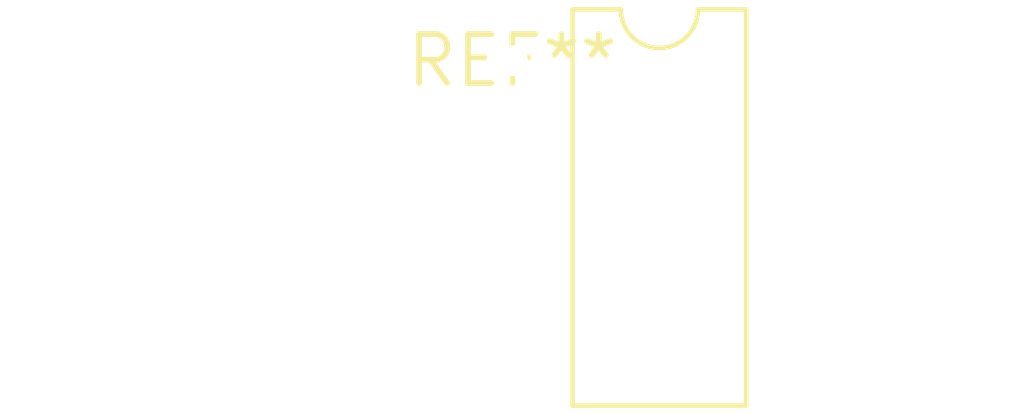
<source format=kicad_pcb>
(kicad_pcb (version 20240108) (generator pcbnew)
  (layers (0 "F.Cu" signal) (31 "B.Cu" signal) (34 "B.Paste" user) (35 "F.Paste" user) (36 "B.SilkS" user "B.Silkscreen") (37 "F.SilkS" user "F.Silkscreen") (38 "B.Mask" user) (39 "F.Mask" user) (44 "Edge.Cuts" user))
  (net 0 "")
  (footprint "PowerIntegrations_PDIP-8B" (layer "F.Cu") (at 0 0)
    (property "Reference" "REF**")
    (property "Value" "PowerIntegrations_PDIP-8B")
    (fp_line (start 1.56 -1.33) (end 1.56 8.95) (layer "F.SilkS") (stroke (width 0.12)))
    (fp_line (start 1.56 8.95) (end 6.06 8.95) (layer "F.SilkS") (stroke (width 0.12)))
    (fp_line (start 2.81 -1.33) (end 1.56 -1.33) (layer "F.SilkS") (stroke (width 0.12)))
    (fp_line (start 6.06 -1.33) (end 4.81 -1.33) (layer "F.SilkS") (stroke (width 0.12)))
    (fp_line (start 6.06 8.95) (end 6.06 -1.33) (layer "F.SilkS") (stroke (width 0.12)))
    (fp_arc (start 4.81 -1.33) (mid 3.81 -0.33) (end 2.81 -1.33) (layer "F.SilkS") (stroke (width 0.12)))
    (pad "1" thru_hole rect (at 0 0) (size 2.4 1.6) (drill 0.8) (layers *.Cu *.Mask) (remove_unused_layers))
    (pad "2" thru_hole oval (at 0 2.54) (size 2.4 1.6) (drill 0.8) (layers *.Cu *.Mask) (remove_unused_layers))
    (pad "3" thru_hole oval (at 0 5.08) (size 2.4 1.6) (drill 0.8) (layers *.Cu *.Mask) (remove_unused_layers))
    (pad "4" thru_hole oval (at 0 7.62) (size 2.4 1.6) (drill 0.8) (layers *.Cu *.Mask) (remove_unused_layers))
    (pad "5" thru_hole oval (at 7.62 7.62) (size 2.4 1.6) (drill 0.8) (layers *.Cu *.Mask) (remove_unused_layers))
    (pad "7" thru_hole oval (at 7.62 2.54) (size 2.4 1.6) (drill 0.8) (layers *.Cu *.Mask) (remove_unused_layers))
    (pad "8" thru_hole oval (at 7.62 0) (size 2.4 1.6) (drill 0.8) (layers *.Cu *.Mask) (remove_unused_layers))
  )
)
</source>
